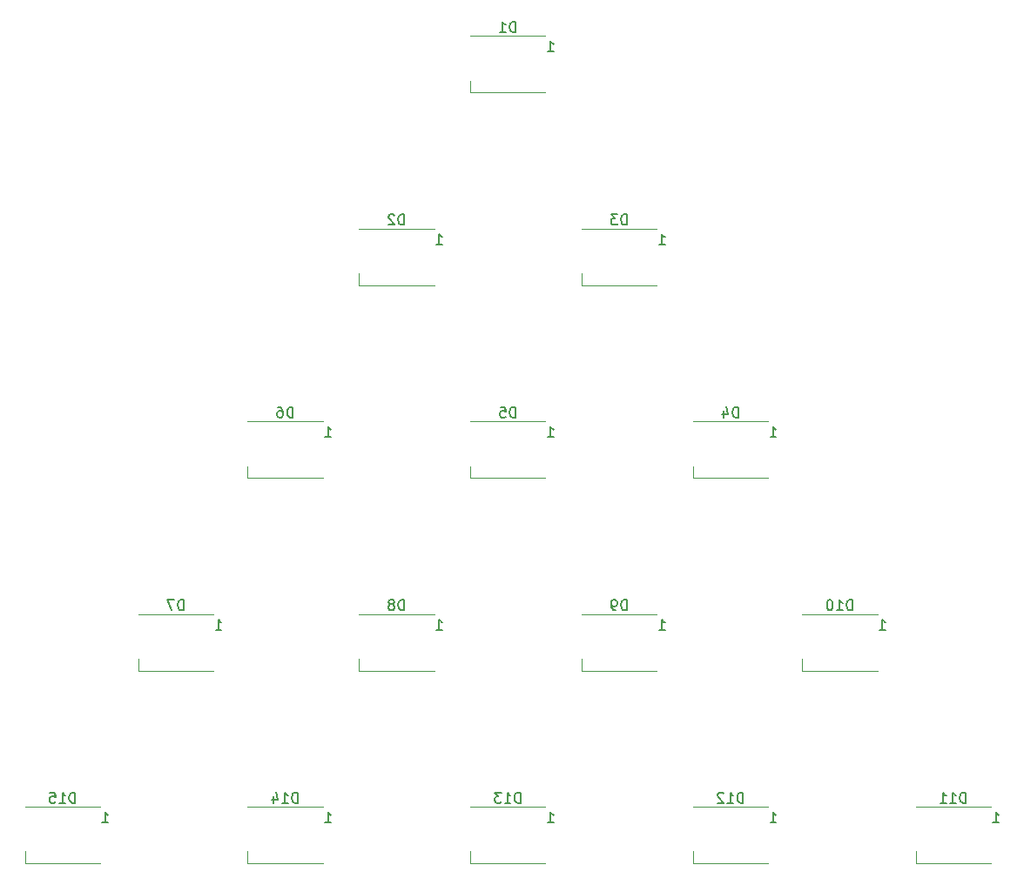
<source format=gbr>
G04 #@! TF.GenerationSoftware,KiCad,Pcbnew,(7.0.0)*
G04 #@! TF.CreationDate,2023-03-16T17:16:22-05:00*
G04 #@! TF.ProjectId,JJL_PCB,4a4a4c5f-5043-4422-9e6b-696361645f70,rev?*
G04 #@! TF.SameCoordinates,Original*
G04 #@! TF.FileFunction,Legend,Bot*
G04 #@! TF.FilePolarity,Positive*
%FSLAX46Y46*%
G04 Gerber Fmt 4.6, Leading zero omitted, Abs format (unit mm)*
G04 Created by KiCad (PCBNEW (7.0.0)) date 2023-03-16 17:16:22*
%MOMM*%
%LPD*%
G01*
G04 APERTURE LIST*
%ADD10C,0.150000*%
%ADD11C,0.120000*%
G04 APERTURE END LIST*
D10*
X172884044Y-167347380D02*
X172884044Y-166347380D01*
X172884044Y-166347380D02*
X172645949Y-166347380D01*
X172645949Y-166347380D02*
X172503092Y-166395000D01*
X172503092Y-166395000D02*
X172407854Y-166490238D01*
X172407854Y-166490238D02*
X172360235Y-166585476D01*
X172360235Y-166585476D02*
X172312616Y-166775952D01*
X172312616Y-166775952D02*
X172312616Y-166918809D01*
X172312616Y-166918809D02*
X172360235Y-167109285D01*
X172360235Y-167109285D02*
X172407854Y-167204523D01*
X172407854Y-167204523D02*
X172503092Y-167299761D01*
X172503092Y-167299761D02*
X172645949Y-167347380D01*
X172645949Y-167347380D02*
X172884044Y-167347380D01*
X171979282Y-166347380D02*
X171312616Y-166347380D01*
X171312616Y-166347380D02*
X171741187Y-167347380D01*
X176010235Y-169247380D02*
X176581663Y-169247380D01*
X176295949Y-169247380D02*
X176295949Y-168247380D01*
X176295949Y-168247380D02*
X176391187Y-168390238D01*
X176391187Y-168390238D02*
X176486425Y-168485476D01*
X176486425Y-168485476D02*
X176581663Y-168533095D01*
X227284885Y-186097380D02*
X227284885Y-185097380D01*
X227284885Y-185097380D02*
X227046790Y-185097380D01*
X227046790Y-185097380D02*
X226903933Y-185145000D01*
X226903933Y-185145000D02*
X226808695Y-185240238D01*
X226808695Y-185240238D02*
X226761076Y-185335476D01*
X226761076Y-185335476D02*
X226713457Y-185525952D01*
X226713457Y-185525952D02*
X226713457Y-185668809D01*
X226713457Y-185668809D02*
X226761076Y-185859285D01*
X226761076Y-185859285D02*
X226808695Y-185954523D01*
X226808695Y-185954523D02*
X226903933Y-186049761D01*
X226903933Y-186049761D02*
X227046790Y-186097380D01*
X227046790Y-186097380D02*
X227284885Y-186097380D01*
X225761076Y-186097380D02*
X226332504Y-186097380D01*
X226046790Y-186097380D02*
X226046790Y-185097380D01*
X226046790Y-185097380D02*
X226142028Y-185240238D01*
X226142028Y-185240238D02*
X226237266Y-185335476D01*
X226237266Y-185335476D02*
X226332504Y-185383095D01*
X225380123Y-185192619D02*
X225332504Y-185145000D01*
X225332504Y-185145000D02*
X225237266Y-185097380D01*
X225237266Y-185097380D02*
X224999171Y-185097380D01*
X224999171Y-185097380D02*
X224903933Y-185145000D01*
X224903933Y-185145000D02*
X224856314Y-185192619D01*
X224856314Y-185192619D02*
X224808695Y-185287857D01*
X224808695Y-185287857D02*
X224808695Y-185383095D01*
X224808695Y-185383095D02*
X224856314Y-185525952D01*
X224856314Y-185525952D02*
X225427742Y-186097380D01*
X225427742Y-186097380D02*
X224808695Y-186097380D01*
X229934885Y-187997380D02*
X230506313Y-187997380D01*
X230220599Y-187997380D02*
X230220599Y-186997380D01*
X230220599Y-186997380D02*
X230315837Y-187140238D01*
X230315837Y-187140238D02*
X230411075Y-187235476D01*
X230411075Y-187235476D02*
X230506313Y-187283095D01*
X237908335Y-167347380D02*
X237908335Y-166347380D01*
X237908335Y-166347380D02*
X237670240Y-166347380D01*
X237670240Y-166347380D02*
X237527383Y-166395000D01*
X237527383Y-166395000D02*
X237432145Y-166490238D01*
X237432145Y-166490238D02*
X237384526Y-166585476D01*
X237384526Y-166585476D02*
X237336907Y-166775952D01*
X237336907Y-166775952D02*
X237336907Y-166918809D01*
X237336907Y-166918809D02*
X237384526Y-167109285D01*
X237384526Y-167109285D02*
X237432145Y-167204523D01*
X237432145Y-167204523D02*
X237527383Y-167299761D01*
X237527383Y-167299761D02*
X237670240Y-167347380D01*
X237670240Y-167347380D02*
X237908335Y-167347380D01*
X236384526Y-167347380D02*
X236955954Y-167347380D01*
X236670240Y-167347380D02*
X236670240Y-166347380D01*
X236670240Y-166347380D02*
X236765478Y-166490238D01*
X236765478Y-166490238D02*
X236860716Y-166585476D01*
X236860716Y-166585476D02*
X236955954Y-166633095D01*
X235765478Y-166347380D02*
X235670240Y-166347380D01*
X235670240Y-166347380D02*
X235575002Y-166395000D01*
X235575002Y-166395000D02*
X235527383Y-166442619D01*
X235527383Y-166442619D02*
X235479764Y-166537857D01*
X235479764Y-166537857D02*
X235432145Y-166728333D01*
X235432145Y-166728333D02*
X235432145Y-166966428D01*
X235432145Y-166966428D02*
X235479764Y-167156904D01*
X235479764Y-167156904D02*
X235527383Y-167252142D01*
X235527383Y-167252142D02*
X235575002Y-167299761D01*
X235575002Y-167299761D02*
X235670240Y-167347380D01*
X235670240Y-167347380D02*
X235765478Y-167347380D01*
X235765478Y-167347380D02*
X235860716Y-167299761D01*
X235860716Y-167299761D02*
X235908335Y-167252142D01*
X235908335Y-167252142D02*
X235955954Y-167156904D01*
X235955954Y-167156904D02*
X236003573Y-166966428D01*
X236003573Y-166966428D02*
X236003573Y-166728333D01*
X236003573Y-166728333D02*
X235955954Y-166537857D01*
X235955954Y-166537857D02*
X235908335Y-166442619D01*
X235908335Y-166442619D02*
X235860716Y-166395000D01*
X235860716Y-166395000D02*
X235765478Y-166347380D01*
X240558335Y-169247380D02*
X241129763Y-169247380D01*
X240844049Y-169247380D02*
X240844049Y-168247380D01*
X240844049Y-168247380D02*
X240939287Y-168390238D01*
X240939287Y-168390238D02*
X241034525Y-168485476D01*
X241034525Y-168485476D02*
X241129763Y-168533095D01*
X205158094Y-148597380D02*
X205158094Y-147597380D01*
X205158094Y-147597380D02*
X204919999Y-147597380D01*
X204919999Y-147597380D02*
X204777142Y-147645000D01*
X204777142Y-147645000D02*
X204681904Y-147740238D01*
X204681904Y-147740238D02*
X204634285Y-147835476D01*
X204634285Y-147835476D02*
X204586666Y-148025952D01*
X204586666Y-148025952D02*
X204586666Y-148168809D01*
X204586666Y-148168809D02*
X204634285Y-148359285D01*
X204634285Y-148359285D02*
X204681904Y-148454523D01*
X204681904Y-148454523D02*
X204777142Y-148549761D01*
X204777142Y-148549761D02*
X204919999Y-148597380D01*
X204919999Y-148597380D02*
X205158094Y-148597380D01*
X203681904Y-147597380D02*
X204158094Y-147597380D01*
X204158094Y-147597380D02*
X204205713Y-148073571D01*
X204205713Y-148073571D02*
X204158094Y-148025952D01*
X204158094Y-148025952D02*
X204062856Y-147978333D01*
X204062856Y-147978333D02*
X203824761Y-147978333D01*
X203824761Y-147978333D02*
X203729523Y-148025952D01*
X203729523Y-148025952D02*
X203681904Y-148073571D01*
X203681904Y-148073571D02*
X203634285Y-148168809D01*
X203634285Y-148168809D02*
X203634285Y-148406904D01*
X203634285Y-148406904D02*
X203681904Y-148502142D01*
X203681904Y-148502142D02*
X203729523Y-148549761D01*
X203729523Y-148549761D02*
X203824761Y-148597380D01*
X203824761Y-148597380D02*
X204062856Y-148597380D01*
X204062856Y-148597380D02*
X204158094Y-148549761D01*
X204158094Y-148549761D02*
X204205713Y-148502142D01*
X208284285Y-150497380D02*
X208855713Y-150497380D01*
X208569999Y-150497380D02*
X208569999Y-149497380D01*
X208569999Y-149497380D02*
X208665237Y-149640238D01*
X208665237Y-149640238D02*
X208760475Y-149735476D01*
X208760475Y-149735476D02*
X208855713Y-149783095D01*
X194332794Y-167347380D02*
X194332794Y-166347380D01*
X194332794Y-166347380D02*
X194094699Y-166347380D01*
X194094699Y-166347380D02*
X193951842Y-166395000D01*
X193951842Y-166395000D02*
X193856604Y-166490238D01*
X193856604Y-166490238D02*
X193808985Y-166585476D01*
X193808985Y-166585476D02*
X193761366Y-166775952D01*
X193761366Y-166775952D02*
X193761366Y-166918809D01*
X193761366Y-166918809D02*
X193808985Y-167109285D01*
X193808985Y-167109285D02*
X193856604Y-167204523D01*
X193856604Y-167204523D02*
X193951842Y-167299761D01*
X193951842Y-167299761D02*
X194094699Y-167347380D01*
X194094699Y-167347380D02*
X194332794Y-167347380D01*
X193189937Y-166775952D02*
X193285175Y-166728333D01*
X193285175Y-166728333D02*
X193332794Y-166680714D01*
X193332794Y-166680714D02*
X193380413Y-166585476D01*
X193380413Y-166585476D02*
X193380413Y-166537857D01*
X193380413Y-166537857D02*
X193332794Y-166442619D01*
X193332794Y-166442619D02*
X193285175Y-166395000D01*
X193285175Y-166395000D02*
X193189937Y-166347380D01*
X193189937Y-166347380D02*
X192999461Y-166347380D01*
X192999461Y-166347380D02*
X192904223Y-166395000D01*
X192904223Y-166395000D02*
X192856604Y-166442619D01*
X192856604Y-166442619D02*
X192808985Y-166537857D01*
X192808985Y-166537857D02*
X192808985Y-166585476D01*
X192808985Y-166585476D02*
X192856604Y-166680714D01*
X192856604Y-166680714D02*
X192904223Y-166728333D01*
X192904223Y-166728333D02*
X192999461Y-166775952D01*
X192999461Y-166775952D02*
X193189937Y-166775952D01*
X193189937Y-166775952D02*
X193285175Y-166823571D01*
X193285175Y-166823571D02*
X193332794Y-166871190D01*
X193332794Y-166871190D02*
X193380413Y-166966428D01*
X193380413Y-166966428D02*
X193380413Y-167156904D01*
X193380413Y-167156904D02*
X193332794Y-167252142D01*
X193332794Y-167252142D02*
X193285175Y-167299761D01*
X193285175Y-167299761D02*
X193189937Y-167347380D01*
X193189937Y-167347380D02*
X192999461Y-167347380D01*
X192999461Y-167347380D02*
X192904223Y-167299761D01*
X192904223Y-167299761D02*
X192856604Y-167252142D01*
X192856604Y-167252142D02*
X192808985Y-167156904D01*
X192808985Y-167156904D02*
X192808985Y-166966428D01*
X192808985Y-166966428D02*
X192856604Y-166871190D01*
X192856604Y-166871190D02*
X192904223Y-166823571D01*
X192904223Y-166823571D02*
X192999461Y-166775952D01*
X197458985Y-169247380D02*
X198030413Y-169247380D01*
X197744699Y-169247380D02*
X197744699Y-168247380D01*
X197744699Y-168247380D02*
X197839937Y-168390238D01*
X197839937Y-168390238D02*
X197935175Y-168485476D01*
X197935175Y-168485476D02*
X198030413Y-168533095D01*
X183507494Y-148597380D02*
X183507494Y-147597380D01*
X183507494Y-147597380D02*
X183269399Y-147597380D01*
X183269399Y-147597380D02*
X183126542Y-147645000D01*
X183126542Y-147645000D02*
X183031304Y-147740238D01*
X183031304Y-147740238D02*
X182983685Y-147835476D01*
X182983685Y-147835476D02*
X182936066Y-148025952D01*
X182936066Y-148025952D02*
X182936066Y-148168809D01*
X182936066Y-148168809D02*
X182983685Y-148359285D01*
X182983685Y-148359285D02*
X183031304Y-148454523D01*
X183031304Y-148454523D02*
X183126542Y-148549761D01*
X183126542Y-148549761D02*
X183269399Y-148597380D01*
X183269399Y-148597380D02*
X183507494Y-148597380D01*
X182078923Y-147597380D02*
X182269399Y-147597380D01*
X182269399Y-147597380D02*
X182364637Y-147645000D01*
X182364637Y-147645000D02*
X182412256Y-147692619D01*
X182412256Y-147692619D02*
X182507494Y-147835476D01*
X182507494Y-147835476D02*
X182555113Y-148025952D01*
X182555113Y-148025952D02*
X182555113Y-148406904D01*
X182555113Y-148406904D02*
X182507494Y-148502142D01*
X182507494Y-148502142D02*
X182459875Y-148549761D01*
X182459875Y-148549761D02*
X182364637Y-148597380D01*
X182364637Y-148597380D02*
X182174161Y-148597380D01*
X182174161Y-148597380D02*
X182078923Y-148549761D01*
X182078923Y-148549761D02*
X182031304Y-148502142D01*
X182031304Y-148502142D02*
X181983685Y-148406904D01*
X181983685Y-148406904D02*
X181983685Y-148168809D01*
X181983685Y-148168809D02*
X182031304Y-148073571D01*
X182031304Y-148073571D02*
X182078923Y-148025952D01*
X182078923Y-148025952D02*
X182174161Y-147978333D01*
X182174161Y-147978333D02*
X182364637Y-147978333D01*
X182364637Y-147978333D02*
X182459875Y-148025952D01*
X182459875Y-148025952D02*
X182507494Y-148073571D01*
X182507494Y-148073571D02*
X182555113Y-148168809D01*
X186633685Y-150497380D02*
X187205113Y-150497380D01*
X186919399Y-150497380D02*
X186919399Y-149497380D01*
X186919399Y-149497380D02*
X187014637Y-149640238D01*
X187014637Y-149640238D02*
X187109875Y-149735476D01*
X187109875Y-149735476D02*
X187205113Y-149783095D01*
X205634285Y-186097380D02*
X205634285Y-185097380D01*
X205634285Y-185097380D02*
X205396190Y-185097380D01*
X205396190Y-185097380D02*
X205253333Y-185145000D01*
X205253333Y-185145000D02*
X205158095Y-185240238D01*
X205158095Y-185240238D02*
X205110476Y-185335476D01*
X205110476Y-185335476D02*
X205062857Y-185525952D01*
X205062857Y-185525952D02*
X205062857Y-185668809D01*
X205062857Y-185668809D02*
X205110476Y-185859285D01*
X205110476Y-185859285D02*
X205158095Y-185954523D01*
X205158095Y-185954523D02*
X205253333Y-186049761D01*
X205253333Y-186049761D02*
X205396190Y-186097380D01*
X205396190Y-186097380D02*
X205634285Y-186097380D01*
X204110476Y-186097380D02*
X204681904Y-186097380D01*
X204396190Y-186097380D02*
X204396190Y-185097380D01*
X204396190Y-185097380D02*
X204491428Y-185240238D01*
X204491428Y-185240238D02*
X204586666Y-185335476D01*
X204586666Y-185335476D02*
X204681904Y-185383095D01*
X203777142Y-185097380D02*
X203158095Y-185097380D01*
X203158095Y-185097380D02*
X203491428Y-185478333D01*
X203491428Y-185478333D02*
X203348571Y-185478333D01*
X203348571Y-185478333D02*
X203253333Y-185525952D01*
X203253333Y-185525952D02*
X203205714Y-185573571D01*
X203205714Y-185573571D02*
X203158095Y-185668809D01*
X203158095Y-185668809D02*
X203158095Y-185906904D01*
X203158095Y-185906904D02*
X203205714Y-186002142D01*
X203205714Y-186002142D02*
X203253333Y-186049761D01*
X203253333Y-186049761D02*
X203348571Y-186097380D01*
X203348571Y-186097380D02*
X203634285Y-186097380D01*
X203634285Y-186097380D02*
X203729523Y-186049761D01*
X203729523Y-186049761D02*
X203777142Y-186002142D01*
X208284285Y-187997380D02*
X208855713Y-187997380D01*
X208569999Y-187997380D02*
X208569999Y-186997380D01*
X208569999Y-186997380D02*
X208665237Y-187140238D01*
X208665237Y-187140238D02*
X208760475Y-187235476D01*
X208760475Y-187235476D02*
X208855713Y-187283095D01*
X215983394Y-129847380D02*
X215983394Y-128847380D01*
X215983394Y-128847380D02*
X215745299Y-128847380D01*
X215745299Y-128847380D02*
X215602442Y-128895000D01*
X215602442Y-128895000D02*
X215507204Y-128990238D01*
X215507204Y-128990238D02*
X215459585Y-129085476D01*
X215459585Y-129085476D02*
X215411966Y-129275952D01*
X215411966Y-129275952D02*
X215411966Y-129418809D01*
X215411966Y-129418809D02*
X215459585Y-129609285D01*
X215459585Y-129609285D02*
X215507204Y-129704523D01*
X215507204Y-129704523D02*
X215602442Y-129799761D01*
X215602442Y-129799761D02*
X215745299Y-129847380D01*
X215745299Y-129847380D02*
X215983394Y-129847380D01*
X215078632Y-128847380D02*
X214459585Y-128847380D01*
X214459585Y-128847380D02*
X214792918Y-129228333D01*
X214792918Y-129228333D02*
X214650061Y-129228333D01*
X214650061Y-129228333D02*
X214554823Y-129275952D01*
X214554823Y-129275952D02*
X214507204Y-129323571D01*
X214507204Y-129323571D02*
X214459585Y-129418809D01*
X214459585Y-129418809D02*
X214459585Y-129656904D01*
X214459585Y-129656904D02*
X214507204Y-129752142D01*
X214507204Y-129752142D02*
X214554823Y-129799761D01*
X214554823Y-129799761D02*
X214650061Y-129847380D01*
X214650061Y-129847380D02*
X214935775Y-129847380D01*
X214935775Y-129847380D02*
X215031013Y-129799761D01*
X215031013Y-129799761D02*
X215078632Y-129752142D01*
X219109585Y-131747380D02*
X219681013Y-131747380D01*
X219395299Y-131747380D02*
X219395299Y-130747380D01*
X219395299Y-130747380D02*
X219490537Y-130890238D01*
X219490537Y-130890238D02*
X219585775Y-130985476D01*
X219585775Y-130985476D02*
X219681013Y-131033095D01*
X248935485Y-186097380D02*
X248935485Y-185097380D01*
X248935485Y-185097380D02*
X248697390Y-185097380D01*
X248697390Y-185097380D02*
X248554533Y-185145000D01*
X248554533Y-185145000D02*
X248459295Y-185240238D01*
X248459295Y-185240238D02*
X248411676Y-185335476D01*
X248411676Y-185335476D02*
X248364057Y-185525952D01*
X248364057Y-185525952D02*
X248364057Y-185668809D01*
X248364057Y-185668809D02*
X248411676Y-185859285D01*
X248411676Y-185859285D02*
X248459295Y-185954523D01*
X248459295Y-185954523D02*
X248554533Y-186049761D01*
X248554533Y-186049761D02*
X248697390Y-186097380D01*
X248697390Y-186097380D02*
X248935485Y-186097380D01*
X247411676Y-186097380D02*
X247983104Y-186097380D01*
X247697390Y-186097380D02*
X247697390Y-185097380D01*
X247697390Y-185097380D02*
X247792628Y-185240238D01*
X247792628Y-185240238D02*
X247887866Y-185335476D01*
X247887866Y-185335476D02*
X247983104Y-185383095D01*
X246459295Y-186097380D02*
X247030723Y-186097380D01*
X246745009Y-186097380D02*
X246745009Y-185097380D01*
X246745009Y-185097380D02*
X246840247Y-185240238D01*
X246840247Y-185240238D02*
X246935485Y-185335476D01*
X246935485Y-185335476D02*
X247030723Y-185383095D01*
X251585485Y-187997380D02*
X252156913Y-187997380D01*
X251871199Y-187997380D02*
X251871199Y-186997380D01*
X251871199Y-186997380D02*
X251966437Y-187140238D01*
X251966437Y-187140238D02*
X252061675Y-187235476D01*
X252061675Y-187235476D02*
X252156913Y-187283095D01*
X226808694Y-148597380D02*
X226808694Y-147597380D01*
X226808694Y-147597380D02*
X226570599Y-147597380D01*
X226570599Y-147597380D02*
X226427742Y-147645000D01*
X226427742Y-147645000D02*
X226332504Y-147740238D01*
X226332504Y-147740238D02*
X226284885Y-147835476D01*
X226284885Y-147835476D02*
X226237266Y-148025952D01*
X226237266Y-148025952D02*
X226237266Y-148168809D01*
X226237266Y-148168809D02*
X226284885Y-148359285D01*
X226284885Y-148359285D02*
X226332504Y-148454523D01*
X226332504Y-148454523D02*
X226427742Y-148549761D01*
X226427742Y-148549761D02*
X226570599Y-148597380D01*
X226570599Y-148597380D02*
X226808694Y-148597380D01*
X225380123Y-147930714D02*
X225380123Y-148597380D01*
X225618218Y-147549761D02*
X225856313Y-148264047D01*
X225856313Y-148264047D02*
X225237266Y-148264047D01*
X229934885Y-150497380D02*
X230506313Y-150497380D01*
X230220599Y-150497380D02*
X230220599Y-149497380D01*
X230220599Y-149497380D02*
X230315837Y-149640238D01*
X230315837Y-149640238D02*
X230411075Y-149735476D01*
X230411075Y-149735476D02*
X230506313Y-149783095D01*
X205158094Y-111097380D02*
X205158094Y-110097380D01*
X205158094Y-110097380D02*
X204919999Y-110097380D01*
X204919999Y-110097380D02*
X204777142Y-110145000D01*
X204777142Y-110145000D02*
X204681904Y-110240238D01*
X204681904Y-110240238D02*
X204634285Y-110335476D01*
X204634285Y-110335476D02*
X204586666Y-110525952D01*
X204586666Y-110525952D02*
X204586666Y-110668809D01*
X204586666Y-110668809D02*
X204634285Y-110859285D01*
X204634285Y-110859285D02*
X204681904Y-110954523D01*
X204681904Y-110954523D02*
X204777142Y-111049761D01*
X204777142Y-111049761D02*
X204919999Y-111097380D01*
X204919999Y-111097380D02*
X205158094Y-111097380D01*
X203634285Y-111097380D02*
X204205713Y-111097380D01*
X203919999Y-111097380D02*
X203919999Y-110097380D01*
X203919999Y-110097380D02*
X204015237Y-110240238D01*
X204015237Y-110240238D02*
X204110475Y-110335476D01*
X204110475Y-110335476D02*
X204205713Y-110383095D01*
X208284285Y-112997380D02*
X208855713Y-112997380D01*
X208569999Y-112997380D02*
X208569999Y-111997380D01*
X208569999Y-111997380D02*
X208665237Y-112140238D01*
X208665237Y-112140238D02*
X208760475Y-112235476D01*
X208760475Y-112235476D02*
X208855713Y-112283095D01*
X183983685Y-186097380D02*
X183983685Y-185097380D01*
X183983685Y-185097380D02*
X183745590Y-185097380D01*
X183745590Y-185097380D02*
X183602733Y-185145000D01*
X183602733Y-185145000D02*
X183507495Y-185240238D01*
X183507495Y-185240238D02*
X183459876Y-185335476D01*
X183459876Y-185335476D02*
X183412257Y-185525952D01*
X183412257Y-185525952D02*
X183412257Y-185668809D01*
X183412257Y-185668809D02*
X183459876Y-185859285D01*
X183459876Y-185859285D02*
X183507495Y-185954523D01*
X183507495Y-185954523D02*
X183602733Y-186049761D01*
X183602733Y-186049761D02*
X183745590Y-186097380D01*
X183745590Y-186097380D02*
X183983685Y-186097380D01*
X182459876Y-186097380D02*
X183031304Y-186097380D01*
X182745590Y-186097380D02*
X182745590Y-185097380D01*
X182745590Y-185097380D02*
X182840828Y-185240238D01*
X182840828Y-185240238D02*
X182936066Y-185335476D01*
X182936066Y-185335476D02*
X183031304Y-185383095D01*
X181602733Y-185430714D02*
X181602733Y-186097380D01*
X181840828Y-185049761D02*
X182078923Y-185764047D01*
X182078923Y-185764047D02*
X181459876Y-185764047D01*
X186633685Y-187997380D02*
X187205113Y-187997380D01*
X186919399Y-187997380D02*
X186919399Y-186997380D01*
X186919399Y-186997380D02*
X187014637Y-187140238D01*
X187014637Y-187140238D02*
X187109875Y-187235476D01*
X187109875Y-187235476D02*
X187205113Y-187283095D01*
X162333085Y-186097380D02*
X162333085Y-185097380D01*
X162333085Y-185097380D02*
X162094990Y-185097380D01*
X162094990Y-185097380D02*
X161952133Y-185145000D01*
X161952133Y-185145000D02*
X161856895Y-185240238D01*
X161856895Y-185240238D02*
X161809276Y-185335476D01*
X161809276Y-185335476D02*
X161761657Y-185525952D01*
X161761657Y-185525952D02*
X161761657Y-185668809D01*
X161761657Y-185668809D02*
X161809276Y-185859285D01*
X161809276Y-185859285D02*
X161856895Y-185954523D01*
X161856895Y-185954523D02*
X161952133Y-186049761D01*
X161952133Y-186049761D02*
X162094990Y-186097380D01*
X162094990Y-186097380D02*
X162333085Y-186097380D01*
X160809276Y-186097380D02*
X161380704Y-186097380D01*
X161094990Y-186097380D02*
X161094990Y-185097380D01*
X161094990Y-185097380D02*
X161190228Y-185240238D01*
X161190228Y-185240238D02*
X161285466Y-185335476D01*
X161285466Y-185335476D02*
X161380704Y-185383095D01*
X159904514Y-185097380D02*
X160380704Y-185097380D01*
X160380704Y-185097380D02*
X160428323Y-185573571D01*
X160428323Y-185573571D02*
X160380704Y-185525952D01*
X160380704Y-185525952D02*
X160285466Y-185478333D01*
X160285466Y-185478333D02*
X160047371Y-185478333D01*
X160047371Y-185478333D02*
X159952133Y-185525952D01*
X159952133Y-185525952D02*
X159904514Y-185573571D01*
X159904514Y-185573571D02*
X159856895Y-185668809D01*
X159856895Y-185668809D02*
X159856895Y-185906904D01*
X159856895Y-185906904D02*
X159904514Y-186002142D01*
X159904514Y-186002142D02*
X159952133Y-186049761D01*
X159952133Y-186049761D02*
X160047371Y-186097380D01*
X160047371Y-186097380D02*
X160285466Y-186097380D01*
X160285466Y-186097380D02*
X160380704Y-186049761D01*
X160380704Y-186049761D02*
X160428323Y-186002142D01*
X164983085Y-187997380D02*
X165554513Y-187997380D01*
X165268799Y-187997380D02*
X165268799Y-186997380D01*
X165268799Y-186997380D02*
X165364037Y-187140238D01*
X165364037Y-187140238D02*
X165459275Y-187235476D01*
X165459275Y-187235476D02*
X165554513Y-187283095D01*
X194332794Y-129847380D02*
X194332794Y-128847380D01*
X194332794Y-128847380D02*
X194094699Y-128847380D01*
X194094699Y-128847380D02*
X193951842Y-128895000D01*
X193951842Y-128895000D02*
X193856604Y-128990238D01*
X193856604Y-128990238D02*
X193808985Y-129085476D01*
X193808985Y-129085476D02*
X193761366Y-129275952D01*
X193761366Y-129275952D02*
X193761366Y-129418809D01*
X193761366Y-129418809D02*
X193808985Y-129609285D01*
X193808985Y-129609285D02*
X193856604Y-129704523D01*
X193856604Y-129704523D02*
X193951842Y-129799761D01*
X193951842Y-129799761D02*
X194094699Y-129847380D01*
X194094699Y-129847380D02*
X194332794Y-129847380D01*
X193380413Y-128942619D02*
X193332794Y-128895000D01*
X193332794Y-128895000D02*
X193237556Y-128847380D01*
X193237556Y-128847380D02*
X192999461Y-128847380D01*
X192999461Y-128847380D02*
X192904223Y-128895000D01*
X192904223Y-128895000D02*
X192856604Y-128942619D01*
X192856604Y-128942619D02*
X192808985Y-129037857D01*
X192808985Y-129037857D02*
X192808985Y-129133095D01*
X192808985Y-129133095D02*
X192856604Y-129275952D01*
X192856604Y-129275952D02*
X193428032Y-129847380D01*
X193428032Y-129847380D02*
X192808985Y-129847380D01*
X197458985Y-131747380D02*
X198030413Y-131747380D01*
X197744699Y-131747380D02*
X197744699Y-130747380D01*
X197744699Y-130747380D02*
X197839937Y-130890238D01*
X197839937Y-130890238D02*
X197935175Y-130985476D01*
X197935175Y-130985476D02*
X198030413Y-131033095D01*
X215983394Y-167347380D02*
X215983394Y-166347380D01*
X215983394Y-166347380D02*
X215745299Y-166347380D01*
X215745299Y-166347380D02*
X215602442Y-166395000D01*
X215602442Y-166395000D02*
X215507204Y-166490238D01*
X215507204Y-166490238D02*
X215459585Y-166585476D01*
X215459585Y-166585476D02*
X215411966Y-166775952D01*
X215411966Y-166775952D02*
X215411966Y-166918809D01*
X215411966Y-166918809D02*
X215459585Y-167109285D01*
X215459585Y-167109285D02*
X215507204Y-167204523D01*
X215507204Y-167204523D02*
X215602442Y-167299761D01*
X215602442Y-167299761D02*
X215745299Y-167347380D01*
X215745299Y-167347380D02*
X215983394Y-167347380D01*
X214935775Y-167347380D02*
X214745299Y-167347380D01*
X214745299Y-167347380D02*
X214650061Y-167299761D01*
X214650061Y-167299761D02*
X214602442Y-167252142D01*
X214602442Y-167252142D02*
X214507204Y-167109285D01*
X214507204Y-167109285D02*
X214459585Y-166918809D01*
X214459585Y-166918809D02*
X214459585Y-166537857D01*
X214459585Y-166537857D02*
X214507204Y-166442619D01*
X214507204Y-166442619D02*
X214554823Y-166395000D01*
X214554823Y-166395000D02*
X214650061Y-166347380D01*
X214650061Y-166347380D02*
X214840537Y-166347380D01*
X214840537Y-166347380D02*
X214935775Y-166395000D01*
X214935775Y-166395000D02*
X214983394Y-166442619D01*
X214983394Y-166442619D02*
X215031013Y-166537857D01*
X215031013Y-166537857D02*
X215031013Y-166775952D01*
X215031013Y-166775952D02*
X214983394Y-166871190D01*
X214983394Y-166871190D02*
X214935775Y-166918809D01*
X214935775Y-166918809D02*
X214840537Y-166966428D01*
X214840537Y-166966428D02*
X214650061Y-166966428D01*
X214650061Y-166966428D02*
X214554823Y-166918809D01*
X214554823Y-166918809D02*
X214507204Y-166871190D01*
X214507204Y-166871190D02*
X214459585Y-166775952D01*
X219109585Y-169247380D02*
X219681013Y-169247380D01*
X219395299Y-169247380D02*
X219395299Y-168247380D01*
X219395299Y-168247380D02*
X219490537Y-168390238D01*
X219490537Y-168390238D02*
X219585775Y-168485476D01*
X219585775Y-168485476D02*
X219681013Y-168533095D01*
D11*
X175795950Y-173230000D02*
X168495950Y-173230000D01*
X175795950Y-167730000D02*
X168495950Y-167730000D01*
X168495950Y-173230000D02*
X168495950Y-172080000D01*
X229720600Y-191980000D02*
X222420600Y-191980000D01*
X229720600Y-186480000D02*
X222420600Y-186480000D01*
X222420600Y-191980000D02*
X222420600Y-190830000D01*
X240344050Y-173230000D02*
X233044050Y-173230000D01*
X240344050Y-167730000D02*
X233044050Y-167730000D01*
X233044050Y-173230000D02*
X233044050Y-172080000D01*
X208070000Y-154480000D02*
X200770000Y-154480000D01*
X208070000Y-148980000D02*
X200770000Y-148980000D01*
X200770000Y-154480000D02*
X200770000Y-153330000D01*
X197244700Y-173230000D02*
X189944700Y-173230000D01*
X197244700Y-167730000D02*
X189944700Y-167730000D01*
X189944700Y-173230000D02*
X189944700Y-172080000D01*
X186419400Y-154480000D02*
X179119400Y-154480000D01*
X186419400Y-148980000D02*
X179119400Y-148980000D01*
X179119400Y-154480000D02*
X179119400Y-153330000D01*
X208070000Y-191980000D02*
X200770000Y-191980000D01*
X208070000Y-186480000D02*
X200770000Y-186480000D01*
X200770000Y-191980000D02*
X200770000Y-190830000D01*
X218895300Y-135730000D02*
X211595300Y-135730000D01*
X218895300Y-130230000D02*
X211595300Y-130230000D01*
X211595300Y-135730000D02*
X211595300Y-134580000D01*
X251371200Y-191980000D02*
X244071200Y-191980000D01*
X251371200Y-186480000D02*
X244071200Y-186480000D01*
X244071200Y-191980000D02*
X244071200Y-190830000D01*
X229720600Y-154480000D02*
X222420600Y-154480000D01*
X229720600Y-148980000D02*
X222420600Y-148980000D01*
X222420600Y-154480000D02*
X222420600Y-153330000D01*
X208070000Y-116980000D02*
X200770000Y-116980000D01*
X208070000Y-111480000D02*
X200770000Y-111480000D01*
X200770000Y-116980000D02*
X200770000Y-115830000D01*
X186419400Y-191980000D02*
X179119400Y-191980000D01*
X186419400Y-186480000D02*
X179119400Y-186480000D01*
X179119400Y-191980000D02*
X179119400Y-190830000D01*
X164768800Y-191980000D02*
X157468800Y-191980000D01*
X164768800Y-186480000D02*
X157468800Y-186480000D01*
X157468800Y-191980000D02*
X157468800Y-190830000D01*
X197244700Y-135730000D02*
X189944700Y-135730000D01*
X197244700Y-130230000D02*
X189944700Y-130230000D01*
X189944700Y-135730000D02*
X189944700Y-134580000D01*
X218895300Y-173230000D02*
X211595300Y-173230000D01*
X218895300Y-167730000D02*
X211595300Y-167730000D01*
X211595300Y-173230000D02*
X211595300Y-172080000D01*
M02*

</source>
